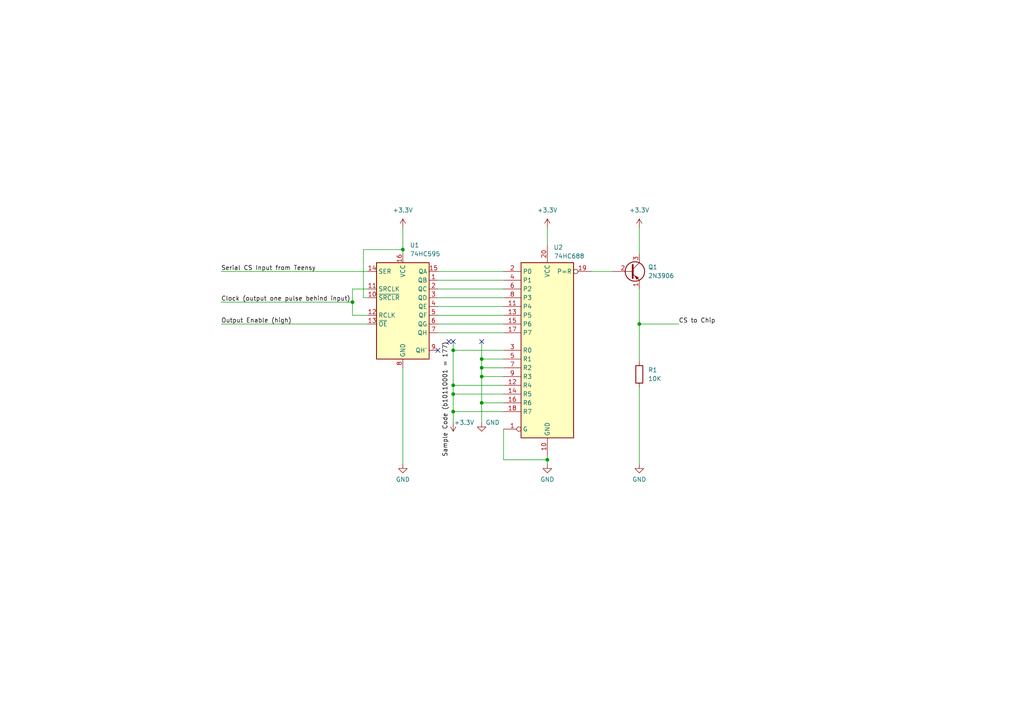
<source format=kicad_sch>
(kicad_sch (version 20211123) (generator eeschema)
  (paper "A4")
  (lib_symbols
    (symbol "74xx:74HC595"
      (property "Reference" "U" (at -7.62 13.97 0))
      (property "Value" "74HC595" (at -7.62 -16.51 0))
      (symbol "74HC595_1_0"
        (pin tri_state line (at 10.16 7.62 180) (length 2.54) (name "QB") (number "1"))
        (pin input line (at -10.16 2.54 0) (length 2.54) (name "~{SRCLR}") (number "10"))
        (pin input line (at -10.16 5.08 0) (length 2.54) (name "SRCLK") (number "11"))
        (pin input line (at -10.16 -2.54 0) (length 2.54) (name "RCLK") (number "12"))
        (pin input line (at -10.16 -5.08 0) (length 2.54) (name "~{OE}") (number "13"))
        (pin input line (at -10.16 10.16 0) (length 2.54) (name "SER") (number "14"))
        (pin tri_state line (at 10.16 10.16 180) (length 2.54) (name "QA") (number "15"))
        (pin power_in line (at 0 15.24 270) (length 2.54) (name "VCC") (number "16"))
        (pin tri_state line (at 10.16 5.08 180) (length 2.54) (name "QC") (number "2"))
        (pin tri_state line (at 10.16 2.54 180) (length 2.54) (name "QD") (number "3"))
        (pin tri_state line (at 10.16 0 180) (length 2.54) (name "QE") (number "4"))
        (pin tri_state line (at 10.16 -2.54 180) (length 2.54) (name "QF") (number "5"))
        (pin tri_state line (at 10.16 -5.08 180) (length 2.54) (name "QG") (number "6"))
        (pin tri_state line (at 10.16 -7.62 180) (length 2.54) (name "QH") (number "7"))
        (pin power_in line (at 0 -17.78 90) (length 2.54) (name "GND") (number "8"))
        (pin output line (at 10.16 -12.7 180) (length 2.54) (name "QH'") (number "9"))
      )
      (symbol "74HC595_1_1"
        (rectangle (start -7.62 12.7) (end 7.62 -15.24) (stroke (width 0.254)) (fill (type background)))
      )
    )
    (symbol "74xx:74HC688"
      (property "Reference" "U" (at -7.62 26.67 0))
      (property "Value" "74HC688" (at -7.62 -26.67 0))
      (symbol "74HC688_1_0"
        (pin input inverted (at -12.7 -22.86 0) (length 5.08) (name "G") (number "1"))
        (pin power_in line (at 0 -30.48 90) (length 5.08) (name "GND") (number "10"))
        (pin input line (at -12.7 12.7 0) (length 5.08) (name "P4") (number "11"))
        (pin input line (at -12.7 -10.16 0) (length 5.08) (name "R4") (number "12"))
        (pin input line (at -12.7 10.16 0) (length 5.08) (name "P5") (number "13"))
        (pin input line (at -12.7 -12.7 0) (length 5.08) (name "R5") (number "14"))
        (pin input line (at -12.7 7.62 0) (length 5.08) (name "P6") (number "15"))
        (pin input line (at -12.7 -15.24 0) (length 5.08) (name "R6") (number "16"))
        (pin input line (at -12.7 5.08 0) (length 5.08) (name "P7") (number "17"))
        (pin input line (at -12.7 -17.78 0) (length 5.08) (name "R7") (number "18"))
        (pin output inverted (at 12.7 22.86 180) (length 5.08) (name "P=R") (number "19"))
        (pin input line (at -12.7 22.86 0) (length 5.08) (name "P0") (number "2"))
        (pin power_in line (at 0 30.48 270) (length 5.08) (name "VCC") (number "20"))
        (pin input line (at -12.7 0 0) (length 5.08) (name "R0") (number "3"))
        (pin input line (at -12.7 20.32 0) (length 5.08) (name "P1") (number "4"))
        (pin input line (at -12.7 -2.54 0) (length 5.08) (name "R1") (number "5"))
        (pin input line (at -12.7 17.78 0) (length 5.08) (name "P2") (number "6"))
        (pin input line (at -12.7 -5.08 0) (length 5.08) (name "R2") (number "7"))
        (pin input line (at -12.7 15.24 0) (length 5.08) (name "P3") (number "8"))
        (pin input line (at -12.7 -7.62 0) (length 5.08) (name "R3") (number "9"))
      )
      (symbol "74HC688_1_1"
        (rectangle (start -7.62 25.4) (end 7.62 -25.4) (stroke (width 0.254)) (fill (type background)))
      )
    )
    (symbol "Device:R" (pin_numbers hide) (pin_names (offset 0))
      (property "Reference" "R" (at 2.032 0 90))
      (property "Value" "R" (at 0 0 90))
      (symbol "R_0_1"
        (rectangle (start -1.016 -2.54) (end 1.016 2.54) (stroke (width 0.254)))
      )
      (symbol "R_1_1"
        (pin passive line (at 0 3.81 270) (length 1.27) (name "~") (number "1"))
        (pin passive line (at 0 -3.81 90) (length 1.27) (name "~") (number "2"))
      )
    )
    (symbol "Transistor_BJT:2N3906" (pin_names (offset 0) hide)
      (property "Reference" "Q" (at 5.08 1.905 0))
      (property "Value" "2N3906" (at 5.08 0 0))
      (symbol "2N3906_0_1"
        (polyline (pts (xy 0.635 0.635) (xy 2.54 2.54)))
        (polyline (pts (xy 0.635 -0.635) (xy 2.54 -2.54) (xy 2.54 -2.54)))
        (polyline (pts (xy 0.635 1.905) (xy 0.635 -1.905) (xy 0.635 -1.905)) (stroke (width 0.508)))
        (polyline (pts (xy 2.286 -1.778) (xy 1.778 -2.286) (xy 1.27 -1.27) (xy 2.286 -1.778) (xy 2.286 -1.778)) (fill (type outline)))
        (circle (center 1.27 0) (radius 2.8194) (stroke (width 0.254)))
      )
      (symbol "2N3906_1_1"
        (pin passive line (at 2.54 -5.08 90) (length 2.54) (name "E") (number "1"))
        (pin input line (at -5.08 0 0) (length 5.715) (name "B") (number "2"))
        (pin passive line (at 2.54 5.08 270) (length 2.54) (name "C") (number "3"))
      )
    )
    (symbol "power:+3.3V" (power) (pin_names (offset 0))
      (property "Value" "+3.3V" (at 0 3.556 0))
      (symbol "+3.3V_0_1"
        (polyline (pts (xy -0.762 1.27) (xy 0 2.54)))
        (polyline (pts (xy 0 0) (xy 0 2.54)))
        (polyline (pts (xy 0 2.54) (xy 0.762 1.27)))
      )
      (symbol "+3.3V_1_1"
        (pin power_in line (at 0 0 90) (length 0) hide (name "+3.3V") (number "1"))
      )
    )
    (symbol "power:GND" (power) (pin_names (offset 0))
      (property "Value" "GND" (at 0 -3.81 0))
      (symbol "GND_0_1"
        (polyline (pts (xy 0 0) (xy 0 -1.27) (xy 1.27 -1.27) (xy 0 -2.54) (xy -1.27 -1.27) (xy 0 -1.27)))
      )
      (symbol "GND_1_1"
        (pin power_in line (at 0 0 270) (length 0) hide (name "GND") (number "1"))
      )
    )
  )
  (junction (at 131.445 119.38))
  (junction (at 131.445 101.6))
  (junction (at 116.84 72.39))
  (junction (at 185.42 93.98))
  (junction (at 102.235 87.63))
  (junction (at 139.7 104.14))
  (junction (at 131.445 114.3))
  (junction (at 139.7 109.22))
  (junction (at 139.7 106.68))
  (junction (at 158.75 133.35))
  (junction (at 131.445 111.76))
  (junction (at 139.7 116.84))
  (no_connect (at 127 101.6))
  (no_connect (at 139.7 99.06))
  (no_connect (at 131.445 99.06))
  (no_connect (at 130.175 99.06))
  (wire (pts (xy 116.84 106.68) (xy 116.84 134.62)))
  (wire (pts (xy 127 88.9) (xy 146.05 88.9)))
  (wire (pts (xy 131.445 111.76) (xy 131.445 114.3)))
  (wire (pts (xy 131.445 114.3) (xy 146.05 114.3)))
  (wire (pts (xy 64.135 87.63) (xy 102.235 87.63)))
  (wire (pts (xy 177.8 78.74) (xy 171.45 78.74)))
  (wire (pts (xy 131.445 101.6) (xy 131.445 111.76)))
  (wire (pts (xy 131.445 114.3) (xy 131.445 119.38)))
  (wire (pts (xy 106.68 86.36) (xy 105.41 86.36)))
  (wire (pts (xy 139.7 116.84) (xy 139.7 109.22)))
  (wire (pts (xy 146.05 124.46) (xy 146.05 133.35)))
  (wire (pts (xy 127 81.28) (xy 146.05 81.28)))
  (wire (pts (xy 131.445 119.38) (xy 131.445 122.555)))
  (wire (pts (xy 116.84 66.04) (xy 116.84 72.39)))
  (wire (pts (xy 158.75 133.35) (xy 158.75 134.62)))
  (wire (pts (xy 139.7 104.14) (xy 146.05 104.14)))
  (wire (pts (xy 105.41 86.36) (xy 105.41 72.39)))
  (wire (pts (xy 185.42 112.395) (xy 185.42 134.62)))
  (wire (pts (xy 185.42 93.98) (xy 196.85 93.98)))
  (wire (pts (xy 105.41 72.39) (xy 116.84 72.39)))
  (wire (pts (xy 139.7 109.22) (xy 139.7 106.68)))
  (wire (pts (xy 185.42 66.04) (xy 185.42 73.66)))
  (wire (pts (xy 64.135 78.74) (xy 106.68 78.74)))
  (wire (pts (xy 131.445 101.6) (xy 146.05 101.6)))
  (wire (pts (xy 127 86.36) (xy 146.05 86.36)))
  (wire (pts (xy 139.7 104.14) (xy 139.7 106.68)))
  (wire (pts (xy 127 91.44) (xy 146.05 91.44)))
  (wire (pts (xy 106.68 83.82) (xy 102.235 83.82)))
  (wire (pts (xy 102.235 87.63) (xy 102.235 91.44)))
  (wire (pts (xy 185.42 93.98) (xy 185.42 104.775)))
  (wire (pts (xy 131.445 119.38) (xy 146.05 119.38)))
  (wire (pts (xy 139.7 116.84) (xy 146.05 116.84)))
  (wire (pts (xy 139.7 122.555) (xy 139.7 116.84)))
  (wire (pts (xy 64.135 93.98) (xy 106.68 93.98)))
  (wire (pts (xy 158.75 132.08) (xy 158.75 133.35)))
  (wire (pts (xy 158.75 66.04) (xy 158.75 71.12)))
  (wire (pts (xy 139.7 106.68) (xy 146.05 106.68)))
  (wire (pts (xy 131.445 111.76) (xy 146.05 111.76)))
  (wire (pts (xy 127 93.98) (xy 146.05 93.98)))
  (wire (pts (xy 131.445 99.06) (xy 131.445 101.6)))
  (wire (pts (xy 127 78.74) (xy 146.05 78.74)))
  (wire (pts (xy 127 83.82) (xy 146.05 83.82)))
  (wire (pts (xy 127 96.52) (xy 146.05 96.52)))
  (wire (pts (xy 102.235 91.44) (xy 106.68 91.44)))
  (wire (pts (xy 116.84 72.39) (xy 116.84 73.66)))
  (wire (pts (xy 139.7 109.22) (xy 146.05 109.22)))
  (wire (pts (xy 139.7 99.06) (xy 139.7 104.14)))
  (wire (pts (xy 102.235 83.82) (xy 102.235 87.63)))
  (wire (pts (xy 146.05 133.35) (xy 158.75 133.35)))
  (wire (pts (xy 185.42 83.82) (xy 185.42 93.98)))
  (label "Serial CS Input from Teensy" (at 64.135 78.74 0))
  (label "Clock (output one pulse behind input)" (at 64.135 87.63 0))
  (label "CS to Chip" (at 196.85 93.98 0))
  (label "Sample Code (b10110001 = 177)" (at 130.175 99.06 270))
  (label "Output Enable (high)" (at 64.135 93.98 0))
  (symbol (lib_id "power:GND") (at 158.75 134.62 0) (unit 1)
    (property "Reference" "#PWR06" (effects hide))
    (property "Value" "GND" (at 158.75 139.065 0))
  )
  (symbol (lib_id "power:GND") (at 139.7 122.555 0) (unit 1)
    (property "Reference" "#PWR04" (effects hide))
    (property "Value" "GND" (at 142.875 122.555 0))
  )
  (symbol (lib_id "power:+3.3V") (at 185.42 66.04 0) (unit 1)
    (property "Reference" "#PWR07" (effects hide))
    (property "Value" "+3.3V" (at 185.42 60.96 0))
  )
  (symbol (lib_id "Transistor_BJT:2N3906") (at 182.88 78.74 0) (unit 1)
    (property "Reference" "Q1" (at 187.96 77.4699 0) (effects (justify left)))
    (property "Value" "2N3906" (at 187.96 80.0099 0) (effects (justify left)))
    (property "Footprint" "Package_TO_SOT_THT:TO-92_Inline" (effects hide))
    (property "Datasheet" "https://www.onsemi.com/pub/Collateral/2N3906-D.PDF" (effects hide))
  )
  (symbol (lib_id "74xx:74HC688") (at 158.75 101.6 0) (unit 1)
    (property "Reference" "U2" (at 161.925 71.755 0))
    (property "Value" "74HC688" (at 165.1 74.295 0))
    (property "Datasheet" "https://www.ti.com/lit/ds/symlink/cd54hc688.pdf" (effects hide))
  )
  (symbol (lib_id "Device:R") (at 185.42 108.585 0) (unit 1)
    (property "Reference" "R1" (at 187.96 107.3149 0) (effects (justify left)))
    (property "Value" "10K" (at 187.96 109.8549 0) (effects (justify left)))
  )
  (symbol (lib_id "power:+3.3V") (at 116.84 66.04 0) (unit 1)
    (property "Reference" "#PWR01" (effects hide))
    (property "Value" "+3.3V" (at 116.84 60.96 0))
  )
  (symbol (lib_id "power:+3.3V") (at 131.445 122.555 180) (unit 1)
    (property "Reference" "#PWR03" (effects hide))
    (property "Value" "+3.3V" (at 134.62 122.555 0))
  )
  (symbol (lib_id "power:+3.3V") (at 158.75 66.04 0) (unit 1)
    (property "Reference" "#PWR05" (effects hide))
    (property "Value" "+3.3V" (at 158.75 60.96 0))
  )
  (symbol (lib_id "74xx:74HC595") (at 116.84 88.9 0) (unit 1)
    (property "Reference" "U1" (at 118.8594 71.12 0) (effects (justify left)))
    (property "Value" "74HC595" (at 118.8594 73.66 0) (effects (justify left)))
    (property "Datasheet" "http://www.ti.com/lit/ds/symlink/sn74hc595.pdf" (effects hide))
  )
  (symbol (lib_id "power:GND") (at 185.42 134.62 0) (unit 1)
    (property "Reference" "#PWR08" (effects hide))
    (property "Value" "GND" (at 185.42 139.065 0))
  )
  (symbol (lib_id "power:GND") (at 116.84 134.62 0) (unit 1)
    (property "Reference" "#PWR02" (effects hide))
    (property "Value" "GND" (at 116.84 139.065 0))
  )
)
</source>
